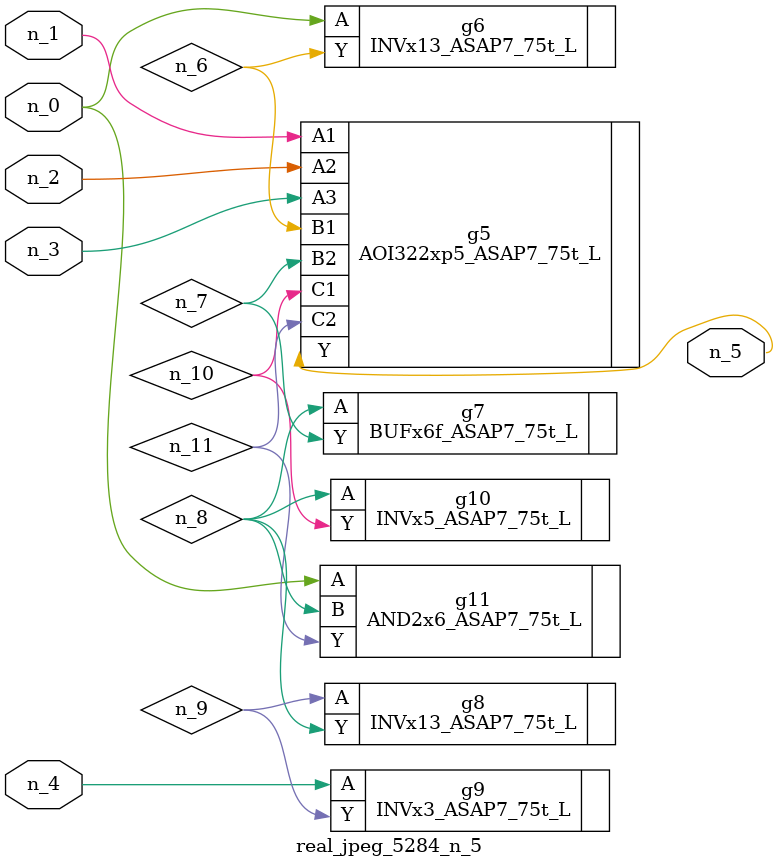
<source format=v>
module real_jpeg_5284_n_5 (n_4, n_0, n_1, n_2, n_3, n_5);

input n_4;
input n_0;
input n_1;
input n_2;
input n_3;

output n_5;

wire n_8;
wire n_11;
wire n_6;
wire n_7;
wire n_10;
wire n_9;

INVx13_ASAP7_75t_L g6 ( 
.A(n_0),
.Y(n_6)
);

AND2x6_ASAP7_75t_L g11 ( 
.A(n_0),
.B(n_8),
.Y(n_11)
);

AOI322xp5_ASAP7_75t_L g5 ( 
.A1(n_1),
.A2(n_2),
.A3(n_3),
.B1(n_6),
.B2(n_7),
.C1(n_10),
.C2(n_11),
.Y(n_5)
);

INVx3_ASAP7_75t_L g9 ( 
.A(n_4),
.Y(n_9)
);

BUFx6f_ASAP7_75t_L g7 ( 
.A(n_8),
.Y(n_7)
);

INVx5_ASAP7_75t_L g10 ( 
.A(n_8),
.Y(n_10)
);

INVx13_ASAP7_75t_L g8 ( 
.A(n_9),
.Y(n_8)
);


endmodule
</source>
